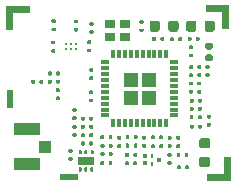
<source format=gbr>
%TF.GenerationSoftware,KiCad,Pcbnew,(5.1.6-0-10_14)*%
%TF.CreationDate,2020-10-05T23:02:53+09:00*%
%TF.ProjectId,RF920A,52463932-3041-42e6-9b69-6361645f7063,rev?*%
%TF.SameCoordinates,Original*%
%TF.FileFunction,Paste,Top*%
%TF.FilePolarity,Positive*%
%FSLAX46Y46*%
G04 Gerber Fmt 4.6, Leading zero omitted, Abs format (unit mm)*
G04 Created by KiCad (PCBNEW (5.1.6-0-10_14)) date 2020-10-05 23:02:53*
%MOMM*%
%LPD*%
G01*
G04 APERTURE LIST*
%ADD10R,0.600000X1.500000*%
%ADD11R,1.500000X0.600000*%
%ADD12C,0.100000*%
%ADD13R,0.700000X0.300000*%
%ADD14R,0.300000X0.700000*%
%ADD15R,1.230000X1.230000*%
%ADD16R,2.200000X1.050000*%
%ADD17R,1.050000X1.000000*%
%ADD18R,0.850000X0.750000*%
%ADD19C,0.250000*%
%ADD20R,0.250000X0.425000*%
%ADD21R,0.425000X0.325000*%
G04 APERTURE END LIST*
D10*
%TO.C,REF\u002A\u002A*%
X150800000Y-100500000D03*
D11*
X155800000Y-107100000D03*
D12*
G36*
X167500000Y-106800000D02*
G01*
X168900000Y-106800000D01*
X168900000Y-105400000D01*
X169500000Y-105400000D01*
X169500000Y-107400000D01*
X167500000Y-107400000D01*
X167500000Y-106800000D01*
G37*
G36*
X168800000Y-94500000D02*
G01*
X168800000Y-93100000D01*
X167400000Y-93100000D01*
X167400000Y-92500000D01*
X169400000Y-92500000D01*
X169400000Y-94500000D01*
X168800000Y-94500000D01*
G37*
G36*
X152500000Y-93200000D02*
G01*
X151100000Y-93200000D01*
X151100000Y-94600000D01*
X150500000Y-94600000D01*
X150500000Y-92600000D01*
X152500000Y-92600000D01*
X152500000Y-93200000D01*
G37*
%TD*%
D13*
%TO.C,U1*%
X164725000Y-97350000D03*
X164725000Y-97875000D03*
D14*
X164050000Y-102525000D03*
X163550000Y-102525000D03*
D13*
X158875000Y-101850000D03*
X158875000Y-101350000D03*
D14*
X159550000Y-96675000D03*
X160050000Y-96675000D03*
D15*
X162575000Y-100375000D03*
X162575000Y-98825000D03*
X161025000Y-98825000D03*
X161025000Y-100375000D03*
D13*
X164725000Y-98350000D03*
X164725000Y-98850000D03*
X164725000Y-99350000D03*
X164725000Y-99850000D03*
X164725000Y-100350000D03*
X164725000Y-100850000D03*
X164725000Y-101350000D03*
X164725000Y-101850000D03*
D14*
X163050000Y-102525000D03*
X162550000Y-102525000D03*
X162050000Y-102525000D03*
X161550000Y-102525000D03*
X161050000Y-102525000D03*
X160550000Y-102525000D03*
X160050000Y-102525000D03*
X159550000Y-102525000D03*
D13*
X158875000Y-100850000D03*
X158875000Y-100350000D03*
X158875000Y-99850000D03*
X158875000Y-99350000D03*
X158875000Y-98850000D03*
X158875000Y-98350000D03*
X158875000Y-97850000D03*
X158875000Y-97350000D03*
D14*
X160550000Y-96675000D03*
X161050000Y-96675000D03*
X161550000Y-96675000D03*
X162050000Y-96675000D03*
X162550000Y-96675000D03*
X163050000Y-96675000D03*
X163550000Y-96675000D03*
X164050000Y-96675000D03*
%TD*%
%TO.C,L10*%
G36*
G01*
X154716000Y-99100500D02*
X154716000Y-98899500D01*
G75*
G02*
X154795500Y-98820000I79500J0D01*
G01*
X154954500Y-98820000D01*
G75*
G02*
X155034000Y-98899500I0J-79500D01*
G01*
X155034000Y-99100500D01*
G75*
G02*
X154954500Y-99180000I-79500J0D01*
G01*
X154795500Y-99180000D01*
G75*
G02*
X154716000Y-99100500I0J79500D01*
G01*
G37*
G36*
G01*
X154026000Y-99100500D02*
X154026000Y-98899500D01*
G75*
G02*
X154105500Y-98820000I79500J0D01*
G01*
X154264500Y-98820000D01*
G75*
G02*
X154344000Y-98899500I0J-79500D01*
G01*
X154344000Y-99100500D01*
G75*
G02*
X154264500Y-99180000I-79500J0D01*
G01*
X154105500Y-99180000D01*
G75*
G02*
X154026000Y-99100500I0J79500D01*
G01*
G37*
%TD*%
D16*
%TO.C,U2*%
X152290000Y-105975000D03*
D17*
X153815000Y-104500000D03*
D16*
X152290000Y-103025000D03*
%TD*%
D18*
%TO.C,U5*%
X160575000Y-95175000D03*
X159250000Y-95175000D03*
X159250000Y-94125000D03*
X160575000Y-94125000D03*
%TD*%
%TO.C,C1*%
G36*
G01*
X167043750Y-105350000D02*
X167556250Y-105350000D01*
G75*
G02*
X167775000Y-105568750I0J-218750D01*
G01*
X167775000Y-106006250D01*
G75*
G02*
X167556250Y-106225000I-218750J0D01*
G01*
X167043750Y-106225000D01*
G75*
G02*
X166825000Y-106006250I0J218750D01*
G01*
X166825000Y-105568750D01*
G75*
G02*
X167043750Y-105350000I218750J0D01*
G01*
G37*
G36*
G01*
X167043750Y-103775000D02*
X167556250Y-103775000D01*
G75*
G02*
X167775000Y-103993750I0J-218750D01*
G01*
X167775000Y-104431250D01*
G75*
G02*
X167556250Y-104650000I-218750J0D01*
G01*
X167043750Y-104650000D01*
G75*
G02*
X166825000Y-104431250I0J218750D01*
G01*
X166825000Y-103993750D01*
G75*
G02*
X167043750Y-103775000I218750J0D01*
G01*
G37*
%TD*%
%TO.C,C19*%
G36*
G01*
X167497500Y-96660000D02*
X167842500Y-96660000D01*
G75*
G02*
X167990000Y-96807500I0J-147500D01*
G01*
X167990000Y-97102500D01*
G75*
G02*
X167842500Y-97250000I-147500J0D01*
G01*
X167497500Y-97250000D01*
G75*
G02*
X167350000Y-97102500I0J147500D01*
G01*
X167350000Y-96807500D01*
G75*
G02*
X167497500Y-96660000I147500J0D01*
G01*
G37*
G36*
G01*
X167497500Y-95690000D02*
X167842500Y-95690000D01*
G75*
G02*
X167990000Y-95837500I0J-147500D01*
G01*
X167990000Y-96132500D01*
G75*
G02*
X167842500Y-96280000I-147500J0D01*
G01*
X167497500Y-96280000D01*
G75*
G02*
X167350000Y-96132500I0J147500D01*
G01*
X167350000Y-95837500D01*
G75*
G02*
X167497500Y-95690000I147500J0D01*
G01*
G37*
%TD*%
%TO.C,C13*%
G36*
G01*
X164212500Y-94556250D02*
X164212500Y-94043750D01*
G75*
G02*
X164431250Y-93825000I218750J0D01*
G01*
X164868750Y-93825000D01*
G75*
G02*
X165087500Y-94043750I0J-218750D01*
G01*
X165087500Y-94556250D01*
G75*
G02*
X164868750Y-94775000I-218750J0D01*
G01*
X164431250Y-94775000D01*
G75*
G02*
X164212500Y-94556250I0J218750D01*
G01*
G37*
G36*
G01*
X162637500Y-94556250D02*
X162637500Y-94043750D01*
G75*
G02*
X162856250Y-93825000I218750J0D01*
G01*
X163293750Y-93825000D01*
G75*
G02*
X163512500Y-94043750I0J-218750D01*
G01*
X163512500Y-94556250D01*
G75*
G02*
X163293750Y-94775000I-218750J0D01*
G01*
X162856250Y-94775000D01*
G75*
G02*
X162637500Y-94556250I0J218750D01*
G01*
G37*
%TD*%
%TO.C,C11*%
G36*
G01*
X166587500Y-94043750D02*
X166587500Y-94556250D01*
G75*
G02*
X166368750Y-94775000I-218750J0D01*
G01*
X165931250Y-94775000D01*
G75*
G02*
X165712500Y-94556250I0J218750D01*
G01*
X165712500Y-94043750D01*
G75*
G02*
X165931250Y-93825000I218750J0D01*
G01*
X166368750Y-93825000D01*
G75*
G02*
X166587500Y-94043750I0J-218750D01*
G01*
G37*
G36*
G01*
X168162500Y-94043750D02*
X168162500Y-94556250D01*
G75*
G02*
X167943750Y-94775000I-218750J0D01*
G01*
X167506250Y-94775000D01*
G75*
G02*
X167287500Y-94556250I0J218750D01*
G01*
X167287500Y-94043750D01*
G75*
G02*
X167506250Y-93825000I218750J0D01*
G01*
X167943750Y-93825000D01*
G75*
G02*
X168162500Y-94043750I0J-218750D01*
G01*
G37*
%TD*%
%TO.C,C16*%
G36*
G01*
X157825500Y-94239000D02*
X157624500Y-94239000D01*
G75*
G02*
X157545000Y-94159500I0J79500D01*
G01*
X157545000Y-94000500D01*
G75*
G02*
X157624500Y-93921000I79500J0D01*
G01*
X157825500Y-93921000D01*
G75*
G02*
X157905000Y-94000500I0J-79500D01*
G01*
X157905000Y-94159500D01*
G75*
G02*
X157825500Y-94239000I-79500J0D01*
G01*
G37*
G36*
G01*
X157825500Y-94929000D02*
X157624500Y-94929000D01*
G75*
G02*
X157545000Y-94849500I0J79500D01*
G01*
X157545000Y-94690500D01*
G75*
G02*
X157624500Y-94611000I79500J0D01*
G01*
X157825500Y-94611000D01*
G75*
G02*
X157905000Y-94690500I0J-79500D01*
G01*
X157905000Y-94849500D01*
G75*
G02*
X157825500Y-94929000I-79500J0D01*
G01*
G37*
%TD*%
%TO.C,C42*%
G36*
G01*
X160884000Y-105799500D02*
X160884000Y-106000500D01*
G75*
G02*
X160804500Y-106080000I-79500J0D01*
G01*
X160645500Y-106080000D01*
G75*
G02*
X160566000Y-106000500I0J79500D01*
G01*
X160566000Y-105799500D01*
G75*
G02*
X160645500Y-105720000I79500J0D01*
G01*
X160804500Y-105720000D01*
G75*
G02*
X160884000Y-105799500I0J-79500D01*
G01*
G37*
G36*
G01*
X161574000Y-105799500D02*
X161574000Y-106000500D01*
G75*
G02*
X161494500Y-106080000I-79500J0D01*
G01*
X161335500Y-106080000D01*
G75*
G02*
X161256000Y-106000500I0J79500D01*
G01*
X161256000Y-105799500D01*
G75*
G02*
X161335500Y-105720000I79500J0D01*
G01*
X161494500Y-105720000D01*
G75*
G02*
X161574000Y-105799500I0J-79500D01*
G01*
G37*
%TD*%
D19*
%TO.C,U6*%
X155600000Y-95800000D03*
X155600000Y-96200000D03*
X156000000Y-95800000D03*
X156000000Y-96200000D03*
X156400000Y-96200000D03*
X156400000Y-95800000D03*
%TD*%
D20*
%TO.C,U4*%
X162875000Y-105937500D03*
X162875000Y-105262500D03*
D21*
X162237500Y-105887500D03*
X162237500Y-105312500D03*
X163462500Y-105600000D03*
%TD*%
%TO.C,U3*%
G36*
G01*
X157850301Y-106050000D02*
X156649699Y-106050000D01*
G75*
G02*
X156600000Y-106000301I0J49699D01*
G01*
X156600000Y-105399699D01*
G75*
G02*
X156649699Y-105350000I49699J0D01*
G01*
X157850301Y-105350000D01*
G75*
G02*
X157900000Y-105399699I0J-49699D01*
G01*
X157900000Y-106000301D01*
G75*
G02*
X157850301Y-106050000I-49699J0D01*
G01*
G37*
G36*
G01*
X156825000Y-105150000D02*
X156675000Y-105150000D01*
G75*
G02*
X156625000Y-105100000I0J50000D01*
G01*
X156625000Y-104850000D01*
G75*
G02*
X156675000Y-104800000I50000J0D01*
G01*
X156825000Y-104800000D01*
G75*
G02*
X156875000Y-104850000I0J-50000D01*
G01*
X156875000Y-105100000D01*
G75*
G02*
X156825000Y-105150000I-50000J0D01*
G01*
G37*
G36*
G01*
X157325000Y-105150000D02*
X157175000Y-105150000D01*
G75*
G02*
X157125000Y-105100000I0J50000D01*
G01*
X157125000Y-104850000D01*
G75*
G02*
X157175000Y-104800000I50000J0D01*
G01*
X157325000Y-104800000D01*
G75*
G02*
X157375000Y-104850000I0J-50000D01*
G01*
X157375000Y-105100000D01*
G75*
G02*
X157325000Y-105150000I-50000J0D01*
G01*
G37*
G36*
G01*
X157850000Y-105150000D02*
X157700000Y-105150000D01*
G75*
G02*
X157650000Y-105100000I0J50000D01*
G01*
X157650000Y-104850000D01*
G75*
G02*
X157700000Y-104800000I50000J0D01*
G01*
X157850000Y-104800000D01*
G75*
G02*
X157900000Y-104850000I0J-50000D01*
G01*
X157900000Y-105100000D01*
G75*
G02*
X157850000Y-105150000I-50000J0D01*
G01*
G37*
G36*
G01*
X157825000Y-106600000D02*
X157675000Y-106600000D01*
G75*
G02*
X157625000Y-106550000I0J50000D01*
G01*
X157625000Y-106300000D01*
G75*
G02*
X157675000Y-106250000I50000J0D01*
G01*
X157825000Y-106250000D01*
G75*
G02*
X157875000Y-106300000I0J-50000D01*
G01*
X157875000Y-106550000D01*
G75*
G02*
X157825000Y-106600000I-50000J0D01*
G01*
G37*
G36*
G01*
X157325000Y-106600000D02*
X157175000Y-106600000D01*
G75*
G02*
X157125000Y-106550000I0J50000D01*
G01*
X157125000Y-106300000D01*
G75*
G02*
X157175000Y-106250000I50000J0D01*
G01*
X157325000Y-106250000D01*
G75*
G02*
X157375000Y-106300000I0J-50000D01*
G01*
X157375000Y-106550000D01*
G75*
G02*
X157325000Y-106600000I-50000J0D01*
G01*
G37*
G36*
G01*
X156825000Y-106600000D02*
X156675000Y-106600000D01*
G75*
G02*
X156625000Y-106550000I0J50000D01*
G01*
X156625000Y-106300000D01*
G75*
G02*
X156675000Y-106250000I50000J0D01*
G01*
X156825000Y-106250000D01*
G75*
G02*
X156875000Y-106300000I0J-50000D01*
G01*
X156875000Y-106550000D01*
G75*
G02*
X156825000Y-106600000I-50000J0D01*
G01*
G37*
%TD*%
%TO.C,R5*%
G36*
G01*
X157429500Y-96186000D02*
X157630500Y-96186000D01*
G75*
G02*
X157710000Y-96265500I0J-79500D01*
G01*
X157710000Y-96424500D01*
G75*
G02*
X157630500Y-96504000I-79500J0D01*
G01*
X157429500Y-96504000D01*
G75*
G02*
X157350000Y-96424500I0J79500D01*
G01*
X157350000Y-96265500D01*
G75*
G02*
X157429500Y-96186000I79500J0D01*
G01*
G37*
G36*
G01*
X157429500Y-95496000D02*
X157630500Y-95496000D01*
G75*
G02*
X157710000Y-95575500I0J-79500D01*
G01*
X157710000Y-95734500D01*
G75*
G02*
X157630500Y-95814000I-79500J0D01*
G01*
X157429500Y-95814000D01*
G75*
G02*
X157350000Y-95734500I0J79500D01*
G01*
X157350000Y-95575500D01*
G75*
G02*
X157429500Y-95496000I79500J0D01*
G01*
G37*
%TD*%
%TO.C,R6*%
G36*
G01*
X156289500Y-94436000D02*
X156490500Y-94436000D01*
G75*
G02*
X156570000Y-94515500I0J-79500D01*
G01*
X156570000Y-94674500D01*
G75*
G02*
X156490500Y-94754000I-79500J0D01*
G01*
X156289500Y-94754000D01*
G75*
G02*
X156210000Y-94674500I0J79500D01*
G01*
X156210000Y-94515500D01*
G75*
G02*
X156289500Y-94436000I79500J0D01*
G01*
G37*
G36*
G01*
X156289500Y-93746000D02*
X156490500Y-93746000D01*
G75*
G02*
X156570000Y-93825500I0J-79500D01*
G01*
X156570000Y-93984500D01*
G75*
G02*
X156490500Y-94064000I-79500J0D01*
G01*
X156289500Y-94064000D01*
G75*
G02*
X156210000Y-93984500I0J79500D01*
G01*
X156210000Y-93825500D01*
G75*
G02*
X156289500Y-93746000I79500J0D01*
G01*
G37*
%TD*%
%TO.C,R7*%
G36*
G01*
X154610500Y-94044000D02*
X154409500Y-94044000D01*
G75*
G02*
X154330000Y-93964500I0J79500D01*
G01*
X154330000Y-93805500D01*
G75*
G02*
X154409500Y-93726000I79500J0D01*
G01*
X154610500Y-93726000D01*
G75*
G02*
X154690000Y-93805500I0J-79500D01*
G01*
X154690000Y-93964500D01*
G75*
G02*
X154610500Y-94044000I-79500J0D01*
G01*
G37*
G36*
G01*
X154610500Y-94734000D02*
X154409500Y-94734000D01*
G75*
G02*
X154330000Y-94654500I0J79500D01*
G01*
X154330000Y-94495500D01*
G75*
G02*
X154409500Y-94416000I79500J0D01*
G01*
X154610500Y-94416000D01*
G75*
G02*
X154690000Y-94495500I0J-79500D01*
G01*
X154690000Y-94654500D01*
G75*
G02*
X154610500Y-94734000I-79500J0D01*
G01*
G37*
%TD*%
%TO.C,R8*%
G36*
G01*
X167650500Y-97914000D02*
X167449500Y-97914000D01*
G75*
G02*
X167370000Y-97834500I0J79500D01*
G01*
X167370000Y-97675500D01*
G75*
G02*
X167449500Y-97596000I79500J0D01*
G01*
X167650500Y-97596000D01*
G75*
G02*
X167730000Y-97675500I0J-79500D01*
G01*
X167730000Y-97834500D01*
G75*
G02*
X167650500Y-97914000I-79500J0D01*
G01*
G37*
G36*
G01*
X167650500Y-98604000D02*
X167449500Y-98604000D01*
G75*
G02*
X167370000Y-98524500I0J79500D01*
G01*
X167370000Y-98365500D01*
G75*
G02*
X167449500Y-98286000I79500J0D01*
G01*
X167650500Y-98286000D01*
G75*
G02*
X167730000Y-98365500I0J-79500D01*
G01*
X167730000Y-98524500D01*
G75*
G02*
X167650500Y-98604000I-79500J0D01*
G01*
G37*
%TD*%
%TO.C,R9*%
G36*
G01*
X166726000Y-102112500D02*
X166726000Y-101911500D01*
G75*
G02*
X166805500Y-101832000I79500J0D01*
G01*
X166964500Y-101832000D01*
G75*
G02*
X167044000Y-101911500I0J-79500D01*
G01*
X167044000Y-102112500D01*
G75*
G02*
X166964500Y-102192000I-79500J0D01*
G01*
X166805500Y-102192000D01*
G75*
G02*
X166726000Y-102112500I0J79500D01*
G01*
G37*
G36*
G01*
X166036000Y-102112500D02*
X166036000Y-101911500D01*
G75*
G02*
X166115500Y-101832000I79500J0D01*
G01*
X166274500Y-101832000D01*
G75*
G02*
X166354000Y-101911500I0J-79500D01*
G01*
X166354000Y-102112500D01*
G75*
G02*
X166274500Y-102192000I-79500J0D01*
G01*
X166115500Y-102192000D01*
G75*
G02*
X166036000Y-102112500I0J79500D01*
G01*
G37*
%TD*%
%TO.C,L1*%
G36*
G01*
X166250500Y-99314000D02*
X166049500Y-99314000D01*
G75*
G02*
X165970000Y-99234500I0J79500D01*
G01*
X165970000Y-99075500D01*
G75*
G02*
X166049500Y-98996000I79500J0D01*
G01*
X166250500Y-98996000D01*
G75*
G02*
X166330000Y-99075500I0J-79500D01*
G01*
X166330000Y-99234500D01*
G75*
G02*
X166250500Y-99314000I-79500J0D01*
G01*
G37*
G36*
G01*
X166250500Y-100004000D02*
X166049500Y-100004000D01*
G75*
G02*
X165970000Y-99924500I0J79500D01*
G01*
X165970000Y-99765500D01*
G75*
G02*
X166049500Y-99686000I79500J0D01*
G01*
X166250500Y-99686000D01*
G75*
G02*
X166330000Y-99765500I0J-79500D01*
G01*
X166330000Y-99924500D01*
G75*
G02*
X166250500Y-100004000I-79500J0D01*
G01*
G37*
%TD*%
%TO.C,L2*%
G36*
G01*
X162074500Y-104266000D02*
X162275500Y-104266000D01*
G75*
G02*
X162355000Y-104345500I0J-79500D01*
G01*
X162355000Y-104504500D01*
G75*
G02*
X162275500Y-104584000I-79500J0D01*
G01*
X162074500Y-104584000D01*
G75*
G02*
X161995000Y-104504500I0J79500D01*
G01*
X161995000Y-104345500D01*
G75*
G02*
X162074500Y-104266000I79500J0D01*
G01*
G37*
G36*
G01*
X162074500Y-103576000D02*
X162275500Y-103576000D01*
G75*
G02*
X162355000Y-103655500I0J-79500D01*
G01*
X162355000Y-103814500D01*
G75*
G02*
X162275500Y-103894000I-79500J0D01*
G01*
X162074500Y-103894000D01*
G75*
G02*
X161995000Y-103814500I0J79500D01*
G01*
X161995000Y-103655500D01*
G75*
G02*
X162074500Y-103576000I79500J0D01*
G01*
G37*
%TD*%
%TO.C,L3*%
G36*
G01*
X165606000Y-105300500D02*
X165606000Y-105099500D01*
G75*
G02*
X165685500Y-105020000I79500J0D01*
G01*
X165844500Y-105020000D01*
G75*
G02*
X165924000Y-105099500I0J-79500D01*
G01*
X165924000Y-105300500D01*
G75*
G02*
X165844500Y-105380000I-79500J0D01*
G01*
X165685500Y-105380000D01*
G75*
G02*
X165606000Y-105300500I0J79500D01*
G01*
G37*
G36*
G01*
X164916000Y-105300500D02*
X164916000Y-105099500D01*
G75*
G02*
X164995500Y-105020000I79500J0D01*
G01*
X165154500Y-105020000D01*
G75*
G02*
X165234000Y-105099500I0J-79500D01*
G01*
X165234000Y-105300500D01*
G75*
G02*
X165154500Y-105380000I-79500J0D01*
G01*
X164995500Y-105380000D01*
G75*
G02*
X164916000Y-105300500I0J79500D01*
G01*
G37*
%TD*%
%TO.C,L5*%
G36*
G01*
X159949500Y-104286000D02*
X160150500Y-104286000D01*
G75*
G02*
X160230000Y-104365500I0J-79500D01*
G01*
X160230000Y-104524500D01*
G75*
G02*
X160150500Y-104604000I-79500J0D01*
G01*
X159949500Y-104604000D01*
G75*
G02*
X159870000Y-104524500I0J79500D01*
G01*
X159870000Y-104365500D01*
G75*
G02*
X159949500Y-104286000I79500J0D01*
G01*
G37*
G36*
G01*
X159949500Y-103596000D02*
X160150500Y-103596000D01*
G75*
G02*
X160230000Y-103675500I0J-79500D01*
G01*
X160230000Y-103834500D01*
G75*
G02*
X160150500Y-103914000I-79500J0D01*
G01*
X159949500Y-103914000D01*
G75*
G02*
X159870000Y-103834500I0J79500D01*
G01*
X159870000Y-103675500D01*
G75*
G02*
X159949500Y-103596000I79500J0D01*
G01*
G37*
%TD*%
%TO.C,L4*%
G36*
G01*
X165661000Y-106346500D02*
X165661000Y-106145500D01*
G75*
G02*
X165740500Y-106066000I79500J0D01*
G01*
X165899500Y-106066000D01*
G75*
G02*
X165979000Y-106145500I0J-79500D01*
G01*
X165979000Y-106346500D01*
G75*
G02*
X165899500Y-106426000I-79500J0D01*
G01*
X165740500Y-106426000D01*
G75*
G02*
X165661000Y-106346500I0J79500D01*
G01*
G37*
G36*
G01*
X164971000Y-106346500D02*
X164971000Y-106145500D01*
G75*
G02*
X165050500Y-106066000I79500J0D01*
G01*
X165209500Y-106066000D01*
G75*
G02*
X165289000Y-106145500I0J-79500D01*
G01*
X165289000Y-106346500D01*
G75*
G02*
X165209500Y-106426000I-79500J0D01*
G01*
X165050500Y-106426000D01*
G75*
G02*
X164971000Y-106346500I0J79500D01*
G01*
G37*
%TD*%
%TO.C,L6*%
G36*
G01*
X156879500Y-102656000D02*
X157080500Y-102656000D01*
G75*
G02*
X157160000Y-102735500I0J-79500D01*
G01*
X157160000Y-102894500D01*
G75*
G02*
X157080500Y-102974000I-79500J0D01*
G01*
X156879500Y-102974000D01*
G75*
G02*
X156800000Y-102894500I0J79500D01*
G01*
X156800000Y-102735500D01*
G75*
G02*
X156879500Y-102656000I79500J0D01*
G01*
G37*
G36*
G01*
X156879500Y-101966000D02*
X157080500Y-101966000D01*
G75*
G02*
X157160000Y-102045500I0J-79500D01*
G01*
X157160000Y-102204500D01*
G75*
G02*
X157080500Y-102284000I-79500J0D01*
G01*
X156879500Y-102284000D01*
G75*
G02*
X156800000Y-102204500I0J79500D01*
G01*
X156800000Y-102045500D01*
G75*
G02*
X156879500Y-101966000I79500J0D01*
G01*
G37*
%TD*%
%TO.C,L7*%
G36*
G01*
X157790500Y-102284000D02*
X157589500Y-102284000D01*
G75*
G02*
X157510000Y-102204500I0J79500D01*
G01*
X157510000Y-102045500D01*
G75*
G02*
X157589500Y-101966000I79500J0D01*
G01*
X157790500Y-101966000D01*
G75*
G02*
X157870000Y-102045500I0J-79500D01*
G01*
X157870000Y-102204500D01*
G75*
G02*
X157790500Y-102284000I-79500J0D01*
G01*
G37*
G36*
G01*
X157790500Y-102974000D02*
X157589500Y-102974000D01*
G75*
G02*
X157510000Y-102894500I0J79500D01*
G01*
X157510000Y-102735500D01*
G75*
G02*
X157589500Y-102656000I79500J0D01*
G01*
X157790500Y-102656000D01*
G75*
G02*
X157870000Y-102735500I0J-79500D01*
G01*
X157870000Y-102894500D01*
G75*
G02*
X157790500Y-102974000I-79500J0D01*
G01*
G37*
%TD*%
%TO.C,L8*%
G36*
G01*
X157154000Y-103419500D02*
X157154000Y-103620500D01*
G75*
G02*
X157074500Y-103700000I-79500J0D01*
G01*
X156915500Y-103700000D01*
G75*
G02*
X156836000Y-103620500I0J79500D01*
G01*
X156836000Y-103419500D01*
G75*
G02*
X156915500Y-103340000I79500J0D01*
G01*
X157074500Y-103340000D01*
G75*
G02*
X157154000Y-103419500I0J-79500D01*
G01*
G37*
G36*
G01*
X157844000Y-103419500D02*
X157844000Y-103620500D01*
G75*
G02*
X157764500Y-103700000I-79500J0D01*
G01*
X157605500Y-103700000D01*
G75*
G02*
X157526000Y-103620500I0J79500D01*
G01*
X157526000Y-103419500D01*
G75*
G02*
X157605500Y-103340000I79500J0D01*
G01*
X157764500Y-103340000D01*
G75*
G02*
X157844000Y-103419500I0J-79500D01*
G01*
G37*
%TD*%
%TO.C,L9*%
G36*
G01*
X153316000Y-99100500D02*
X153316000Y-98899500D01*
G75*
G02*
X153395500Y-98820000I79500J0D01*
G01*
X153554500Y-98820000D01*
G75*
G02*
X153634000Y-98899500I0J-79500D01*
G01*
X153634000Y-99100500D01*
G75*
G02*
X153554500Y-99180000I-79500J0D01*
G01*
X153395500Y-99180000D01*
G75*
G02*
X153316000Y-99100500I0J79500D01*
G01*
G37*
G36*
G01*
X152626000Y-99100500D02*
X152626000Y-98899500D01*
G75*
G02*
X152705500Y-98820000I79500J0D01*
G01*
X152864500Y-98820000D01*
G75*
G02*
X152944000Y-98899500I0J-79500D01*
G01*
X152944000Y-99100500D01*
G75*
G02*
X152864500Y-99180000I-79500J0D01*
G01*
X152705500Y-99180000D01*
G75*
G02*
X152626000Y-99100500I0J79500D01*
G01*
G37*
%TD*%
%TO.C,L11*%
G36*
G01*
X154716000Y-98400500D02*
X154716000Y-98199500D01*
G75*
G02*
X154795500Y-98120000I79500J0D01*
G01*
X154954500Y-98120000D01*
G75*
G02*
X155034000Y-98199500I0J-79500D01*
G01*
X155034000Y-98400500D01*
G75*
G02*
X154954500Y-98480000I-79500J0D01*
G01*
X154795500Y-98480000D01*
G75*
G02*
X154716000Y-98400500I0J79500D01*
G01*
G37*
G36*
G01*
X154026000Y-98400500D02*
X154026000Y-98199500D01*
G75*
G02*
X154105500Y-98120000I79500J0D01*
G01*
X154264500Y-98120000D01*
G75*
G02*
X154344000Y-98199500I0J-79500D01*
G01*
X154344000Y-98400500D01*
G75*
G02*
X154264500Y-98480000I-79500J0D01*
G01*
X154105500Y-98480000D01*
G75*
G02*
X154026000Y-98400500I0J79500D01*
G01*
G37*
%TD*%
%TO.C,C5*%
G36*
G01*
X154389500Y-96216000D02*
X154590500Y-96216000D01*
G75*
G02*
X154670000Y-96295500I0J-79500D01*
G01*
X154670000Y-96454500D01*
G75*
G02*
X154590500Y-96534000I-79500J0D01*
G01*
X154389500Y-96534000D01*
G75*
G02*
X154310000Y-96454500I0J79500D01*
G01*
X154310000Y-96295500D01*
G75*
G02*
X154389500Y-96216000I79500J0D01*
G01*
G37*
G36*
G01*
X154389500Y-95526000D02*
X154590500Y-95526000D01*
G75*
G02*
X154670000Y-95605500I0J-79500D01*
G01*
X154670000Y-95764500D01*
G75*
G02*
X154590500Y-95844000I-79500J0D01*
G01*
X154389500Y-95844000D01*
G75*
G02*
X154310000Y-95764500I0J79500D01*
G01*
X154310000Y-95605500D01*
G75*
G02*
X154389500Y-95526000I79500J0D01*
G01*
G37*
%TD*%
%TO.C,C12*%
G36*
G01*
X163174000Y-95279500D02*
X163174000Y-95480500D01*
G75*
G02*
X163094500Y-95560000I-79500J0D01*
G01*
X162935500Y-95560000D01*
G75*
G02*
X162856000Y-95480500I0J79500D01*
G01*
X162856000Y-95279500D01*
G75*
G02*
X162935500Y-95200000I79500J0D01*
G01*
X163094500Y-95200000D01*
G75*
G02*
X163174000Y-95279500I0J-79500D01*
G01*
G37*
G36*
G01*
X163864000Y-95279500D02*
X163864000Y-95480500D01*
G75*
G02*
X163784500Y-95560000I-79500J0D01*
G01*
X163625500Y-95560000D01*
G75*
G02*
X163546000Y-95480500I0J79500D01*
G01*
X163546000Y-95279500D01*
G75*
G02*
X163625500Y-95200000I79500J0D01*
G01*
X163784500Y-95200000D01*
G75*
G02*
X163864000Y-95279500I0J-79500D01*
G01*
G37*
%TD*%
%TO.C,C15*%
G36*
G01*
X161849500Y-94491000D02*
X162050500Y-94491000D01*
G75*
G02*
X162130000Y-94570500I0J-79500D01*
G01*
X162130000Y-94729500D01*
G75*
G02*
X162050500Y-94809000I-79500J0D01*
G01*
X161849500Y-94809000D01*
G75*
G02*
X161770000Y-94729500I0J79500D01*
G01*
X161770000Y-94570500D01*
G75*
G02*
X161849500Y-94491000I79500J0D01*
G01*
G37*
G36*
G01*
X161849500Y-93801000D02*
X162050500Y-93801000D01*
G75*
G02*
X162130000Y-93880500I0J-79500D01*
G01*
X162130000Y-94039500D01*
G75*
G02*
X162050500Y-94119000I-79500J0D01*
G01*
X161849500Y-94119000D01*
G75*
G02*
X161770000Y-94039500I0J79500D01*
G01*
X161770000Y-93880500D01*
G75*
G02*
X161849500Y-93801000I79500J0D01*
G01*
G37*
%TD*%
%TO.C,C10*%
G36*
G01*
X165061000Y-95490500D02*
X165061000Y-95289500D01*
G75*
G02*
X165140500Y-95210000I79500J0D01*
G01*
X165299500Y-95210000D01*
G75*
G02*
X165379000Y-95289500I0J-79500D01*
G01*
X165379000Y-95490500D01*
G75*
G02*
X165299500Y-95570000I-79500J0D01*
G01*
X165140500Y-95570000D01*
G75*
G02*
X165061000Y-95490500I0J79500D01*
G01*
G37*
G36*
G01*
X164371000Y-95490500D02*
X164371000Y-95289500D01*
G75*
G02*
X164450500Y-95210000I79500J0D01*
G01*
X164609500Y-95210000D01*
G75*
G02*
X164689000Y-95289500I0J-79500D01*
G01*
X164689000Y-95490500D01*
G75*
G02*
X164609500Y-95570000I-79500J0D01*
G01*
X164450500Y-95570000D01*
G75*
G02*
X164371000Y-95490500I0J79500D01*
G01*
G37*
%TD*%
%TO.C,C17*%
G36*
G01*
X166194000Y-95279500D02*
X166194000Y-95480500D01*
G75*
G02*
X166114500Y-95560000I-79500J0D01*
G01*
X165955500Y-95560000D01*
G75*
G02*
X165876000Y-95480500I0J79500D01*
G01*
X165876000Y-95279500D01*
G75*
G02*
X165955500Y-95200000I79500J0D01*
G01*
X166114500Y-95200000D01*
G75*
G02*
X166194000Y-95279500I0J-79500D01*
G01*
G37*
G36*
G01*
X166884000Y-95279500D02*
X166884000Y-95480500D01*
G75*
G02*
X166804500Y-95560000I-79500J0D01*
G01*
X166645500Y-95560000D01*
G75*
G02*
X166566000Y-95480500I0J79500D01*
G01*
X166566000Y-95279500D01*
G75*
G02*
X166645500Y-95200000I79500J0D01*
G01*
X166804500Y-95200000D01*
G75*
G02*
X166884000Y-95279500I0J-79500D01*
G01*
G37*
%TD*%
%TO.C,C18*%
G36*
G01*
X166240500Y-96244000D02*
X166039500Y-96244000D01*
G75*
G02*
X165960000Y-96164500I0J79500D01*
G01*
X165960000Y-96005500D01*
G75*
G02*
X166039500Y-95926000I79500J0D01*
G01*
X166240500Y-95926000D01*
G75*
G02*
X166320000Y-96005500I0J-79500D01*
G01*
X166320000Y-96164500D01*
G75*
G02*
X166240500Y-96244000I-79500J0D01*
G01*
G37*
G36*
G01*
X166240500Y-96934000D02*
X166039500Y-96934000D01*
G75*
G02*
X165960000Y-96854500I0J79500D01*
G01*
X165960000Y-96695500D01*
G75*
G02*
X166039500Y-96616000I79500J0D01*
G01*
X166240500Y-96616000D01*
G75*
G02*
X166320000Y-96695500I0J-79500D01*
G01*
X166320000Y-96854500D01*
G75*
G02*
X166240500Y-96934000I-79500J0D01*
G01*
G37*
%TD*%
%TO.C,C20*%
G36*
G01*
X166049500Y-98286000D02*
X166250500Y-98286000D01*
G75*
G02*
X166330000Y-98365500I0J-79500D01*
G01*
X166330000Y-98524500D01*
G75*
G02*
X166250500Y-98604000I-79500J0D01*
G01*
X166049500Y-98604000D01*
G75*
G02*
X165970000Y-98524500I0J79500D01*
G01*
X165970000Y-98365500D01*
G75*
G02*
X166049500Y-98286000I79500J0D01*
G01*
G37*
G36*
G01*
X166049500Y-97596000D02*
X166250500Y-97596000D01*
G75*
G02*
X166330000Y-97675500I0J-79500D01*
G01*
X166330000Y-97834500D01*
G75*
G02*
X166250500Y-97914000I-79500J0D01*
G01*
X166049500Y-97914000D01*
G75*
G02*
X165970000Y-97834500I0J79500D01*
G01*
X165970000Y-97675500D01*
G75*
G02*
X166049500Y-97596000I79500J0D01*
G01*
G37*
%TD*%
%TO.C,C21*%
G36*
G01*
X166950500Y-97914000D02*
X166749500Y-97914000D01*
G75*
G02*
X166670000Y-97834500I0J79500D01*
G01*
X166670000Y-97675500D01*
G75*
G02*
X166749500Y-97596000I79500J0D01*
G01*
X166950500Y-97596000D01*
G75*
G02*
X167030000Y-97675500I0J-79500D01*
G01*
X167030000Y-97834500D01*
G75*
G02*
X166950500Y-97914000I-79500J0D01*
G01*
G37*
G36*
G01*
X166950500Y-98604000D02*
X166749500Y-98604000D01*
G75*
G02*
X166670000Y-98524500I0J79500D01*
G01*
X166670000Y-98365500D01*
G75*
G02*
X166749500Y-98286000I79500J0D01*
G01*
X166950500Y-98286000D01*
G75*
G02*
X167030000Y-98365500I0J-79500D01*
G01*
X167030000Y-98524500D01*
G75*
G02*
X166950500Y-98604000I-79500J0D01*
G01*
G37*
%TD*%
%TO.C,C22*%
G36*
G01*
X157599500Y-98546000D02*
X157800500Y-98546000D01*
G75*
G02*
X157880000Y-98625500I0J-79500D01*
G01*
X157880000Y-98784500D01*
G75*
G02*
X157800500Y-98864000I-79500J0D01*
G01*
X157599500Y-98864000D01*
G75*
G02*
X157520000Y-98784500I0J79500D01*
G01*
X157520000Y-98625500D01*
G75*
G02*
X157599500Y-98546000I79500J0D01*
G01*
G37*
G36*
G01*
X157599500Y-97856000D02*
X157800500Y-97856000D01*
G75*
G02*
X157880000Y-97935500I0J-79500D01*
G01*
X157880000Y-98094500D01*
G75*
G02*
X157800500Y-98174000I-79500J0D01*
G01*
X157599500Y-98174000D01*
G75*
G02*
X157520000Y-98094500I0J79500D01*
G01*
X157520000Y-97935500D01*
G75*
G02*
X157599500Y-97856000I79500J0D01*
G01*
G37*
%TD*%
%TO.C,C23*%
G36*
G01*
X166950500Y-99314000D02*
X166749500Y-99314000D01*
G75*
G02*
X166670000Y-99234500I0J79500D01*
G01*
X166670000Y-99075500D01*
G75*
G02*
X166749500Y-98996000I79500J0D01*
G01*
X166950500Y-98996000D01*
G75*
G02*
X167030000Y-99075500I0J-79500D01*
G01*
X167030000Y-99234500D01*
G75*
G02*
X166950500Y-99314000I-79500J0D01*
G01*
G37*
G36*
G01*
X166950500Y-100004000D02*
X166749500Y-100004000D01*
G75*
G02*
X166670000Y-99924500I0J79500D01*
G01*
X166670000Y-99765500D01*
G75*
G02*
X166749500Y-99686000I79500J0D01*
G01*
X166950500Y-99686000D01*
G75*
G02*
X167030000Y-99765500I0J-79500D01*
G01*
X167030000Y-99924500D01*
G75*
G02*
X166950500Y-100004000I-79500J0D01*
G01*
G37*
%TD*%
%TO.C,C25*%
G36*
G01*
X157569500Y-100426000D02*
X157770500Y-100426000D01*
G75*
G02*
X157850000Y-100505500I0J-79500D01*
G01*
X157850000Y-100664500D01*
G75*
G02*
X157770500Y-100744000I-79500J0D01*
G01*
X157569500Y-100744000D01*
G75*
G02*
X157490000Y-100664500I0J79500D01*
G01*
X157490000Y-100505500D01*
G75*
G02*
X157569500Y-100426000I79500J0D01*
G01*
G37*
G36*
G01*
X157569500Y-99736000D02*
X157770500Y-99736000D01*
G75*
G02*
X157850000Y-99815500I0J-79500D01*
G01*
X157850000Y-99974500D01*
G75*
G02*
X157770500Y-100054000I-79500J0D01*
G01*
X157569500Y-100054000D01*
G75*
G02*
X157490000Y-99974500I0J79500D01*
G01*
X157490000Y-99815500D01*
G75*
G02*
X157569500Y-99736000I79500J0D01*
G01*
G37*
%TD*%
%TO.C,C24*%
G36*
G01*
X166736000Y-100700500D02*
X166736000Y-100499500D01*
G75*
G02*
X166815500Y-100420000I79500J0D01*
G01*
X166974500Y-100420000D01*
G75*
G02*
X167054000Y-100499500I0J-79500D01*
G01*
X167054000Y-100700500D01*
G75*
G02*
X166974500Y-100780000I-79500J0D01*
G01*
X166815500Y-100780000D01*
G75*
G02*
X166736000Y-100700500I0J79500D01*
G01*
G37*
G36*
G01*
X166046000Y-100700500D02*
X166046000Y-100499500D01*
G75*
G02*
X166125500Y-100420000I79500J0D01*
G01*
X166284500Y-100420000D01*
G75*
G02*
X166364000Y-100499500I0J-79500D01*
G01*
X166364000Y-100700500D01*
G75*
G02*
X166284500Y-100780000I-79500J0D01*
G01*
X166125500Y-100780000D01*
G75*
G02*
X166046000Y-100700500I0J79500D01*
G01*
G37*
%TD*%
%TO.C,C26*%
G36*
G01*
X166736000Y-101400500D02*
X166736000Y-101199500D01*
G75*
G02*
X166815500Y-101120000I79500J0D01*
G01*
X166974500Y-101120000D01*
G75*
G02*
X167054000Y-101199500I0J-79500D01*
G01*
X167054000Y-101400500D01*
G75*
G02*
X166974500Y-101480000I-79500J0D01*
G01*
X166815500Y-101480000D01*
G75*
G02*
X166736000Y-101400500I0J79500D01*
G01*
G37*
G36*
G01*
X166046000Y-101400500D02*
X166046000Y-101199500D01*
G75*
G02*
X166125500Y-101120000I79500J0D01*
G01*
X166284500Y-101120000D01*
G75*
G02*
X166364000Y-101199500I0J-79500D01*
G01*
X166364000Y-101400500D01*
G75*
G02*
X166284500Y-101480000I-79500J0D01*
G01*
X166125500Y-101480000D01*
G75*
G02*
X166046000Y-101400500I0J79500D01*
G01*
G37*
%TD*%
%TO.C,C28*%
G36*
G01*
X167549500Y-102486000D02*
X167750500Y-102486000D01*
G75*
G02*
X167830000Y-102565500I0J-79500D01*
G01*
X167830000Y-102724500D01*
G75*
G02*
X167750500Y-102804000I-79500J0D01*
G01*
X167549500Y-102804000D01*
G75*
G02*
X167470000Y-102724500I0J79500D01*
G01*
X167470000Y-102565500D01*
G75*
G02*
X167549500Y-102486000I79500J0D01*
G01*
G37*
G36*
G01*
X167549500Y-101796000D02*
X167750500Y-101796000D01*
G75*
G02*
X167830000Y-101875500I0J-79500D01*
G01*
X167830000Y-102034500D01*
G75*
G02*
X167750500Y-102114000I-79500J0D01*
G01*
X167549500Y-102114000D01*
G75*
G02*
X167470000Y-102034500I0J79500D01*
G01*
X167470000Y-101875500D01*
G75*
G02*
X167549500Y-101796000I79500J0D01*
G01*
G37*
%TD*%
%TO.C,C31*%
G36*
G01*
X164249500Y-104286000D02*
X164450500Y-104286000D01*
G75*
G02*
X164530000Y-104365500I0J-79500D01*
G01*
X164530000Y-104524500D01*
G75*
G02*
X164450500Y-104604000I-79500J0D01*
G01*
X164249500Y-104604000D01*
G75*
G02*
X164170000Y-104524500I0J79500D01*
G01*
X164170000Y-104365500D01*
G75*
G02*
X164249500Y-104286000I79500J0D01*
G01*
G37*
G36*
G01*
X164249500Y-103596000D02*
X164450500Y-103596000D01*
G75*
G02*
X164530000Y-103675500I0J-79500D01*
G01*
X164530000Y-103834500D01*
G75*
G02*
X164450500Y-103914000I-79500J0D01*
G01*
X164249500Y-103914000D01*
G75*
G02*
X164170000Y-103834500I0J79500D01*
G01*
X164170000Y-103675500D01*
G75*
G02*
X164249500Y-103596000I79500J0D01*
G01*
G37*
%TD*%
%TO.C,C29*%
G36*
G01*
X166364000Y-102699500D02*
X166364000Y-102900500D01*
G75*
G02*
X166284500Y-102980000I-79500J0D01*
G01*
X166125500Y-102980000D01*
G75*
G02*
X166046000Y-102900500I0J79500D01*
G01*
X166046000Y-102699500D01*
G75*
G02*
X166125500Y-102620000I79500J0D01*
G01*
X166284500Y-102620000D01*
G75*
G02*
X166364000Y-102699500I0J-79500D01*
G01*
G37*
G36*
G01*
X167054000Y-102699500D02*
X167054000Y-102900500D01*
G75*
G02*
X166974500Y-102980000I-79500J0D01*
G01*
X166815500Y-102980000D01*
G75*
G02*
X166736000Y-102900500I0J79500D01*
G01*
X166736000Y-102699500D01*
G75*
G02*
X166815500Y-102620000I79500J0D01*
G01*
X166974500Y-102620000D01*
G75*
G02*
X167054000Y-102699500I0J-79500D01*
G01*
G37*
%TD*%
%TO.C,C33*%
G36*
G01*
X160884000Y-105099500D02*
X160884000Y-105300500D01*
G75*
G02*
X160804500Y-105380000I-79500J0D01*
G01*
X160645500Y-105380000D01*
G75*
G02*
X160566000Y-105300500I0J79500D01*
G01*
X160566000Y-105099500D01*
G75*
G02*
X160645500Y-105020000I79500J0D01*
G01*
X160804500Y-105020000D01*
G75*
G02*
X160884000Y-105099500I0J-79500D01*
G01*
G37*
G36*
G01*
X161574000Y-105099500D02*
X161574000Y-105300500D01*
G75*
G02*
X161494500Y-105380000I-79500J0D01*
G01*
X161335500Y-105380000D01*
G75*
G02*
X161256000Y-105300500I0J79500D01*
G01*
X161256000Y-105099500D01*
G75*
G02*
X161335500Y-105020000I79500J0D01*
G01*
X161494500Y-105020000D01*
G75*
G02*
X161574000Y-105099500I0J-79500D01*
G01*
G37*
%TD*%
%TO.C,C32*%
G36*
G01*
X160924000Y-103599500D02*
X160924000Y-103800500D01*
G75*
G02*
X160844500Y-103880000I-79500J0D01*
G01*
X160685500Y-103880000D01*
G75*
G02*
X160606000Y-103800500I0J79500D01*
G01*
X160606000Y-103599500D01*
G75*
G02*
X160685500Y-103520000I79500J0D01*
G01*
X160844500Y-103520000D01*
G75*
G02*
X160924000Y-103599500I0J-79500D01*
G01*
G37*
G36*
G01*
X161614000Y-103599500D02*
X161614000Y-103800500D01*
G75*
G02*
X161534500Y-103880000I-79500J0D01*
G01*
X161375500Y-103880000D01*
G75*
G02*
X161296000Y-103800500I0J79500D01*
G01*
X161296000Y-103599500D01*
G75*
G02*
X161375500Y-103520000I79500J0D01*
G01*
X161534500Y-103520000D01*
G75*
G02*
X161614000Y-103599500I0J-79500D01*
G01*
G37*
%TD*%
%TO.C,C38*%
G36*
G01*
X163084000Y-103599500D02*
X163084000Y-103800500D01*
G75*
G02*
X163004500Y-103880000I-79500J0D01*
G01*
X162845500Y-103880000D01*
G75*
G02*
X162766000Y-103800500I0J79500D01*
G01*
X162766000Y-103599500D01*
G75*
G02*
X162845500Y-103520000I79500J0D01*
G01*
X163004500Y-103520000D01*
G75*
G02*
X163084000Y-103599500I0J-79500D01*
G01*
G37*
G36*
G01*
X163774000Y-103599500D02*
X163774000Y-103800500D01*
G75*
G02*
X163694500Y-103880000I-79500J0D01*
G01*
X163535500Y-103880000D01*
G75*
G02*
X163456000Y-103800500I0J79500D01*
G01*
X163456000Y-103599500D01*
G75*
G02*
X163535500Y-103520000I79500J0D01*
G01*
X163694500Y-103520000D01*
G75*
G02*
X163774000Y-103599500I0J-79500D01*
G01*
G37*
%TD*%
%TO.C,C37*%
G36*
G01*
X163456000Y-104550500D02*
X163456000Y-104349500D01*
G75*
G02*
X163535500Y-104270000I79500J0D01*
G01*
X163694500Y-104270000D01*
G75*
G02*
X163774000Y-104349500I0J-79500D01*
G01*
X163774000Y-104550500D01*
G75*
G02*
X163694500Y-104630000I-79500J0D01*
G01*
X163535500Y-104630000D01*
G75*
G02*
X163456000Y-104550500I0J79500D01*
G01*
G37*
G36*
G01*
X162766000Y-104550500D02*
X162766000Y-104349500D01*
G75*
G02*
X162845500Y-104270000I79500J0D01*
G01*
X163004500Y-104270000D01*
G75*
G02*
X163084000Y-104349500I0J-79500D01*
G01*
X163084000Y-104550500D01*
G75*
G02*
X163004500Y-104630000I-79500J0D01*
G01*
X162845500Y-104630000D01*
G75*
G02*
X162766000Y-104550500I0J79500D01*
G01*
G37*
%TD*%
%TO.C,C35*%
G36*
G01*
X160919000Y-104299500D02*
X160919000Y-104500500D01*
G75*
G02*
X160839500Y-104580000I-79500J0D01*
G01*
X160680500Y-104580000D01*
G75*
G02*
X160601000Y-104500500I0J79500D01*
G01*
X160601000Y-104299500D01*
G75*
G02*
X160680500Y-104220000I79500J0D01*
G01*
X160839500Y-104220000D01*
G75*
G02*
X160919000Y-104299500I0J-79500D01*
G01*
G37*
G36*
G01*
X161609000Y-104299500D02*
X161609000Y-104500500D01*
G75*
G02*
X161529500Y-104580000I-79500J0D01*
G01*
X161370500Y-104580000D01*
G75*
G02*
X161291000Y-104500500I0J79500D01*
G01*
X161291000Y-104299500D01*
G75*
G02*
X161370500Y-104220000I79500J0D01*
G01*
X161529500Y-104220000D01*
G75*
G02*
X161609000Y-104299500I0J-79500D01*
G01*
G37*
%TD*%
%TO.C,C34*%
G36*
G01*
X164949500Y-104286000D02*
X165150500Y-104286000D01*
G75*
G02*
X165230000Y-104365500I0J-79500D01*
G01*
X165230000Y-104524500D01*
G75*
G02*
X165150500Y-104604000I-79500J0D01*
G01*
X164949500Y-104604000D01*
G75*
G02*
X164870000Y-104524500I0J79500D01*
G01*
X164870000Y-104365500D01*
G75*
G02*
X164949500Y-104286000I79500J0D01*
G01*
G37*
G36*
G01*
X164949500Y-103596000D02*
X165150500Y-103596000D01*
G75*
G02*
X165230000Y-103675500I0J-79500D01*
G01*
X165230000Y-103834500D01*
G75*
G02*
X165150500Y-103914000I-79500J0D01*
G01*
X164949500Y-103914000D01*
G75*
G02*
X164870000Y-103834500I0J79500D01*
G01*
X164870000Y-103675500D01*
G75*
G02*
X164949500Y-103596000I79500J0D01*
G01*
G37*
%TD*%
%TO.C,C36*%
G36*
G01*
X164215500Y-105706000D02*
X164416500Y-105706000D01*
G75*
G02*
X164496000Y-105785500I0J-79500D01*
G01*
X164496000Y-105944500D01*
G75*
G02*
X164416500Y-106024000I-79500J0D01*
G01*
X164215500Y-106024000D01*
G75*
G02*
X164136000Y-105944500I0J79500D01*
G01*
X164136000Y-105785500D01*
G75*
G02*
X164215500Y-105706000I79500J0D01*
G01*
G37*
G36*
G01*
X164215500Y-105016000D02*
X164416500Y-105016000D01*
G75*
G02*
X164496000Y-105095500I0J-79500D01*
G01*
X164496000Y-105254500D01*
G75*
G02*
X164416500Y-105334000I-79500J0D01*
G01*
X164215500Y-105334000D01*
G75*
G02*
X164136000Y-105254500I0J79500D01*
G01*
X164136000Y-105095500D01*
G75*
G02*
X164215500Y-105016000I79500J0D01*
G01*
G37*
%TD*%
%TO.C,C39*%
G36*
G01*
X159249500Y-104966000D02*
X159450500Y-104966000D01*
G75*
G02*
X159530000Y-105045500I0J-79500D01*
G01*
X159530000Y-105204500D01*
G75*
G02*
X159450500Y-105284000I-79500J0D01*
G01*
X159249500Y-105284000D01*
G75*
G02*
X159170000Y-105204500I0J79500D01*
G01*
X159170000Y-105045500D01*
G75*
G02*
X159249500Y-104966000I79500J0D01*
G01*
G37*
G36*
G01*
X159249500Y-104276000D02*
X159450500Y-104276000D01*
G75*
G02*
X159530000Y-104355500I0J-79500D01*
G01*
X159530000Y-104514500D01*
G75*
G02*
X159450500Y-104594000I-79500J0D01*
G01*
X159249500Y-104594000D01*
G75*
G02*
X159170000Y-104514500I0J79500D01*
G01*
X159170000Y-104355500D01*
G75*
G02*
X159249500Y-104276000I79500J0D01*
G01*
G37*
%TD*%
%TO.C,C40*%
G36*
G01*
X156179500Y-103346000D02*
X156380500Y-103346000D01*
G75*
G02*
X156460000Y-103425500I0J-79500D01*
G01*
X156460000Y-103584500D01*
G75*
G02*
X156380500Y-103664000I-79500J0D01*
G01*
X156179500Y-103664000D01*
G75*
G02*
X156100000Y-103584500I0J79500D01*
G01*
X156100000Y-103425500D01*
G75*
G02*
X156179500Y-103346000I79500J0D01*
G01*
G37*
G36*
G01*
X156179500Y-102656000D02*
X156380500Y-102656000D01*
G75*
G02*
X156460000Y-102735500I0J-79500D01*
G01*
X156460000Y-102894500D01*
G75*
G02*
X156380500Y-102974000I-79500J0D01*
G01*
X156179500Y-102974000D01*
G75*
G02*
X156100000Y-102894500I0J79500D01*
G01*
X156100000Y-102735500D01*
G75*
G02*
X156179500Y-102656000I79500J0D01*
G01*
G37*
%TD*%
%TO.C,C41*%
G36*
G01*
X159166000Y-103800500D02*
X159166000Y-103599500D01*
G75*
G02*
X159245500Y-103520000I79500J0D01*
G01*
X159404500Y-103520000D01*
G75*
G02*
X159484000Y-103599500I0J-79500D01*
G01*
X159484000Y-103800500D01*
G75*
G02*
X159404500Y-103880000I-79500J0D01*
G01*
X159245500Y-103880000D01*
G75*
G02*
X159166000Y-103800500I0J79500D01*
G01*
G37*
G36*
G01*
X158476000Y-103800500D02*
X158476000Y-103599500D01*
G75*
G02*
X158555500Y-103520000I79500J0D01*
G01*
X158714500Y-103520000D01*
G75*
G02*
X158794000Y-103599500I0J-79500D01*
G01*
X158794000Y-103800500D01*
G75*
G02*
X158714500Y-103880000I-79500J0D01*
G01*
X158555500Y-103880000D01*
G75*
G02*
X158476000Y-103800500I0J79500D01*
G01*
G37*
%TD*%
%TO.C,C43*%
G36*
G01*
X157516000Y-104320500D02*
X157516000Y-104119500D01*
G75*
G02*
X157595500Y-104040000I79500J0D01*
G01*
X157754500Y-104040000D01*
G75*
G02*
X157834000Y-104119500I0J-79500D01*
G01*
X157834000Y-104320500D01*
G75*
G02*
X157754500Y-104400000I-79500J0D01*
G01*
X157595500Y-104400000D01*
G75*
G02*
X157516000Y-104320500I0J79500D01*
G01*
G37*
G36*
G01*
X156826000Y-104320500D02*
X156826000Y-104119500D01*
G75*
G02*
X156905500Y-104040000I79500J0D01*
G01*
X157064500Y-104040000D01*
G75*
G02*
X157144000Y-104119500I0J-79500D01*
G01*
X157144000Y-104320500D01*
G75*
G02*
X157064500Y-104400000I-79500J0D01*
G01*
X156905500Y-104400000D01*
G75*
G02*
X156826000Y-104320500I0J79500D01*
G01*
G37*
%TD*%
%TO.C,C44*%
G36*
G01*
X158549500Y-104986000D02*
X158750500Y-104986000D01*
G75*
G02*
X158830000Y-105065500I0J-79500D01*
G01*
X158830000Y-105224500D01*
G75*
G02*
X158750500Y-105304000I-79500J0D01*
G01*
X158549500Y-105304000D01*
G75*
G02*
X158470000Y-105224500I0J79500D01*
G01*
X158470000Y-105065500D01*
G75*
G02*
X158549500Y-104986000I79500J0D01*
G01*
G37*
G36*
G01*
X158549500Y-104296000D02*
X158750500Y-104296000D01*
G75*
G02*
X158830000Y-104375500I0J-79500D01*
G01*
X158830000Y-104534500D01*
G75*
G02*
X158750500Y-104614000I-79500J0D01*
G01*
X158549500Y-104614000D01*
G75*
G02*
X158470000Y-104534500I0J79500D01*
G01*
X158470000Y-104375500D01*
G75*
G02*
X158549500Y-104296000I79500J0D01*
G01*
G37*
%TD*%
%TO.C,C45*%
G36*
G01*
X159166000Y-106000500D02*
X159166000Y-105799500D01*
G75*
G02*
X159245500Y-105720000I79500J0D01*
G01*
X159404500Y-105720000D01*
G75*
G02*
X159484000Y-105799500I0J-79500D01*
G01*
X159484000Y-106000500D01*
G75*
G02*
X159404500Y-106080000I-79500J0D01*
G01*
X159245500Y-106080000D01*
G75*
G02*
X159166000Y-106000500I0J79500D01*
G01*
G37*
G36*
G01*
X158476000Y-106000500D02*
X158476000Y-105799500D01*
G75*
G02*
X158555500Y-105720000I79500J0D01*
G01*
X158714500Y-105720000D01*
G75*
G02*
X158794000Y-105799500I0J-79500D01*
G01*
X158794000Y-106000500D01*
G75*
G02*
X158714500Y-106080000I-79500J0D01*
G01*
X158555500Y-106080000D01*
G75*
G02*
X158476000Y-106000500I0J79500D01*
G01*
G37*
%TD*%
%TO.C,C46*%
G36*
G01*
X156169500Y-101936000D02*
X156370500Y-101936000D01*
G75*
G02*
X156450000Y-102015500I0J-79500D01*
G01*
X156450000Y-102174500D01*
G75*
G02*
X156370500Y-102254000I-79500J0D01*
G01*
X156169500Y-102254000D01*
G75*
G02*
X156090000Y-102174500I0J79500D01*
G01*
X156090000Y-102015500D01*
G75*
G02*
X156169500Y-101936000I79500J0D01*
G01*
G37*
G36*
G01*
X156169500Y-101246000D02*
X156370500Y-101246000D01*
G75*
G02*
X156450000Y-101325500I0J-79500D01*
G01*
X156450000Y-101484500D01*
G75*
G02*
X156370500Y-101564000I-79500J0D01*
G01*
X156169500Y-101564000D01*
G75*
G02*
X156090000Y-101484500I0J79500D01*
G01*
X156090000Y-101325500D01*
G75*
G02*
X156169500Y-101246000I79500J0D01*
G01*
G37*
%TD*%
%TO.C,C47*%
G36*
G01*
X154980500Y-99864000D02*
X154779500Y-99864000D01*
G75*
G02*
X154700000Y-99784500I0J79500D01*
G01*
X154700000Y-99625500D01*
G75*
G02*
X154779500Y-99546000I79500J0D01*
G01*
X154980500Y-99546000D01*
G75*
G02*
X155060000Y-99625500I0J-79500D01*
G01*
X155060000Y-99784500D01*
G75*
G02*
X154980500Y-99864000I-79500J0D01*
G01*
G37*
G36*
G01*
X154980500Y-100554000D02*
X154779500Y-100554000D01*
G75*
G02*
X154700000Y-100474500I0J79500D01*
G01*
X154700000Y-100315500D01*
G75*
G02*
X154779500Y-100236000I79500J0D01*
G01*
X154980500Y-100236000D01*
G75*
G02*
X155060000Y-100315500I0J-79500D01*
G01*
X155060000Y-100474500D01*
G75*
G02*
X154980500Y-100554000I-79500J0D01*
G01*
G37*
%TD*%
%TO.C,C48*%
G36*
G01*
X155839500Y-105406000D02*
X156040500Y-105406000D01*
G75*
G02*
X156120000Y-105485500I0J-79500D01*
G01*
X156120000Y-105644500D01*
G75*
G02*
X156040500Y-105724000I-79500J0D01*
G01*
X155839500Y-105724000D01*
G75*
G02*
X155760000Y-105644500I0J79500D01*
G01*
X155760000Y-105485500D01*
G75*
G02*
X155839500Y-105406000I79500J0D01*
G01*
G37*
G36*
G01*
X155839500Y-104716000D02*
X156040500Y-104716000D01*
G75*
G02*
X156120000Y-104795500I0J-79500D01*
G01*
X156120000Y-104954500D01*
G75*
G02*
X156040500Y-105034000I-79500J0D01*
G01*
X155839500Y-105034000D01*
G75*
G02*
X155760000Y-104954500I0J79500D01*
G01*
X155760000Y-104795500D01*
G75*
G02*
X155839500Y-104716000I79500J0D01*
G01*
G37*
%TD*%
M02*

</source>
